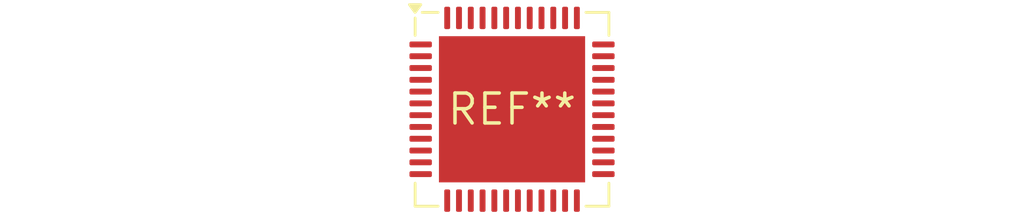
<source format=kicad_pcb>
(kicad_pcb (version 20240108) (generator pcbnew)
  (layers (0 "F.Cu" signal) (31 "B.Cu" signal) (34 "B.Paste" user) (35 "F.Paste" user) (36 "B.SilkS" user "B.Silkscreen") (37 "F.SilkS" user "F.Silkscreen") (38 "B.Mask" user) (39 "F.Mask" user) (44 "Edge.Cuts" user))
  (net 0 "")
  (footprint "QFN-48-1EP_8x8mm_P0.5mm_EP6.2x6.2mm" (layer "F.Cu") (at 0 0)
    (property "Reference" "REF**")
    (property "Value" "QFN-48-1EP_8x8mm_P0.5mm_EP6.2x6.2mm")
    (fp_line (start -4.11 -3.135) (end -4.11 -3.87) (layer "F.SilkS") (stroke (width 0.12)))
    (fp_line (start -4.11 4.11) (end -4.11 3.135) (layer "F.SilkS") (stroke (width 0.12)))
    (fp_line (start -3.135 -4.11) (end -3.81 -4.11) (layer "F.SilkS") (stroke (width 0.12)))
    (fp_line (start -3.135 4.11) (end -4.11 4.11) (layer "F.SilkS") (stroke (width 0.12)))
    (fp_line (start 3.135 -4.11) (end 4.11 -4.11) (layer "F.SilkS") (stroke (width 0.12)))
    (fp_line (start 3.135 4.11) (end 4.11 4.11) (layer "F.SilkS") (stroke (width 0.12)))
    (fp_line (start 4.11 -4.11) (end 4.11 -3.135) (layer "F.SilkS") (stroke (width 0.12)))
    (fp_line (start 4.11 4.11) (end 4.11 3.135) (layer "F.SilkS") (stroke (width 0.12)))
    (fp_poly (pts (xy -4.11 -4.11) (xy -4.35 -4.44) (xy -3.87 -4.44) (xy -4.11 -4.11)) (layer "F.SilkS") (stroke (width 0.12)) (fill solid))
    (pad "1" smd roundrect (at -3.875 -2.75) (size 0.95 0.25) (layers "F.Cu" "F.Paste" "F.Mask"))
    (pad "2" smd roundrect (at -3.875 -2.25) (size 0.95 0.25) (layers "F.Cu" "F.Paste" "F.Mask"))
    (pad "3" smd roundrect (at -3.875 -1.75) (size 0.95 0.25) (layers "F.Cu" "F.Paste" "F.Mask"))
    (pad "4" smd roundrect (at -3.875 -1.25) (size 0.95 0.25) (layers "F.Cu" "F.Paste" "F.Mask"))
    (pad "5" smd roundrect (at -3.875 -0.75) (size 0.95 0.25) (layers "F.Cu" "F.Paste" "F.Mask"))
    (pad "6" smd roundrect (at -3.875 -0.25) (size 0.95 0.25) (layers "F.Cu" "F.Paste" "F.Mask"))
    (pad "7" smd roundrect (at -3.875 0.25) (size 0.95 0.25) (layers "F.Cu" "F.Paste" "F.Mask"))
    (pad "8" smd roundrect (at -3.875 0.75) (size 0.95 0.25) (layers "F.Cu" "F.Paste" "F.Mask"))
    (pad "9" smd roundrect (at -3.875 1.25) (size 0.95 0.25) (layers "F.Cu" "F.Paste" "F.Mask"))
    (pad "10" smd roundrect (at -3.875 1.75) (size 0.95 0.25) (layers "F.Cu" "F.Paste" "F.Mask"))
    (pad "11" smd roundrect (at -3.875 2.25) (size 0.95 0.25) (layers "F.Cu" "F.Paste" "F.Mask"))
    (pad "12" smd roundrect (at -3.875 2.75) (size 0.95 0.25) (layers "F.Cu" "F.Paste" "F.Mask"))
    (pad "13" smd roundrect (at -2.75 3.875) (size 0.25 0.95) (layers "F.Cu" "F.Paste" "F.Mask"))
    (pad "14" smd roundrect (at -2.25 3.875) (size 0.25 0.95) (layers "F.Cu" "F.Paste" "F.Mask"))
    (pad "15" smd roundrect (at -1.75 3.875) (size 0.25 0.95) (layers "F.Cu" "F.Paste" "F.Mask"))
    (pad "16" smd roundrect (at -1.25 3.875) (size 0.25 0.95) (layers "F.Cu" "F.Paste" "F.Mask"))
    (pad "17" smd roundrect (at -0.75 3.875) (size 0.25 0.95) (layers "F.Cu" "F.Paste" "F.Mask"))
    (pad "18" smd roundrect (at -0.25 3.875) (size 0.25 0.95) (layers "F.Cu" "F.Paste" "F.Mask"))
    (pad "19" smd roundrect (at 0.25 3.875) (size 0.25 0.95) (layers "F.Cu" "F.Paste" "F.Mask"))
    (pad "20" smd roundrect (at 0.75 3.875) (size 0.25 0.95) (layers "F.Cu" "F.Paste" "F.Mask"))
    (pad "21" smd roundrect (at 1.25 3.875) (size 0.25 0.95) (layers "F.Cu" "F.Paste" "F.Mask"))
    (pad "22" smd roundrect (at 1.75 3.875) (size 0.25 0.95) (layers "F.Cu" "F.Paste" "F.Mask"))
    (pad "23" smd roundrect (at 2.25 3.875) (size 0.25 0.95) (layers "F.Cu" "F.Paste" "F.Mask"))
    (pad "24" smd roundrect (at 2.75 3.875) (size 0.25 0.95) (layers "F.Cu" "F.Paste" "F.Mask"))
    (pad "25" smd roundrect (at 3.875 2.75) (size 0.95 0.25) (layers "F.Cu" "F.Paste" "F.Mask"))
    (pad "26" smd roundrect (at 3.875 2.25) (size 0.95 0.25) (layers "F.Cu" "F.Paste" "F.Mask"))
    (pad "27" smd roundrect (at 3.875 1.75) (size 0.95 0.25) (layers "F.Cu" "F.Paste" "F.Mask"))
    (pad "28" smd roundrect (at 3.875 1.25) (size 0.95 0.25) (layers "F.Cu" "F.Paste" "F.Mask"))
    (pad "29" smd roundrect (at 3.875 0.75) (size 0.95 0.25) (layers "F.Cu" "F.Paste" "F.Mask"))
    (pad "30" smd roundrect (at 3.875 0.25) (size 0.95 0.25) (layers "F.Cu" "F.Paste" "F.Mask"))
    (pad "31" smd roundrect (at 3.875 -0.25) (size 0.95 0.25) (layers "F.Cu" "F.Paste" "F.Mask"))
    (pad "32" smd roundrect (at 3.875 -0.75) (size 0.95 0.25) (layers "F.Cu" "F.Paste" "F.Mask"))
    (pad "33" smd roundrect (at 3.875 -1.25) (size 0.95 0.25) (layers "F.Cu" "F.Paste" "F.Mask"))
    (pad "34" smd roundrect (at 3.875 -1.75) (size 0.95 0.25) (layers "F.Cu" "F.Paste" "F.Mask"))
    (pad "35" smd roundrect (at 3.875 -2.25) (size 0.95 0.25) (layers "F.Cu" "F.Paste" "F.Mask"))
    (pad "36" smd roundrect (at 3.875 -2.75) (size 0.95 0.25) (layers "F.Cu" "F.Paste" "F.Mask"))
    (pad "37" smd roundrect (at 2.75 -3.875) (size 0.25 0.95) (layers "F.Cu" "F.Paste" "F.Mask"))
    (pad "38" smd roundrect (at 2.25 -3.875) (size 0.25 0.95) (layers "F.Cu" "F.Paste" "F.Mask"))
    (pad "39" smd roundrect (at 1.75 -3.875) (size 0.25 0.95) (layers "F.Cu" "F.Paste" "F.Mask"))
    (pad "40" smd roundrect (at 1.25 -3.875) (size 0.25 0.95) (layers "F.Cu" "F.Paste" "F.Mask"))
    (pad "41" smd roundrect (at 0.75 -3.875) (size 0.25 0.95) (layers "F.Cu" "F.Paste" "F.Mask"))
    (pad "42" smd roundrect (at 0.25 -3.875) (size 0.25 0.95) (layers "F.Cu" "F.Paste" "F.Mask"))
    (pad "43" smd roundrect (at -0.25 -3.875) (size 0.25 0.95) (layers "F.Cu" "F.Paste" "F.Mask"))
    (pad "44" smd roundrect (at -0.75 -3.875) (size 0.25 0.95) (layers "F.Cu" "F.Paste" "F.Mask"))
    (pad "45" smd roundrect (at -1.25 -3.875) (size 0.25 0.95) (layers "F.Cu" "F.Paste" "F.Mask"))
    (pad "46" smd roundrect (at -1.75 -3.875) (size 0.25 0.95) (layers "F.Cu" "F.Paste" "F.Mask"))
    (pad "47" smd roundrect (at -2.25 -3.875) (size 0.25 0.95) (layers "F.Cu" "F.Paste" "F.Mask"))
    (pad "48" smd roundrect (at -2.75 -3.875) (size 0.25 0.95) (layers "F.Cu" "F.Paste" "F.Mask"))
    (pad "49" smd rect (at 0 0) (size 6.2 6.2) (property pad_prop_heatsink) (layers "F.Cu" "F.Mask"))
  )
)
</source>
